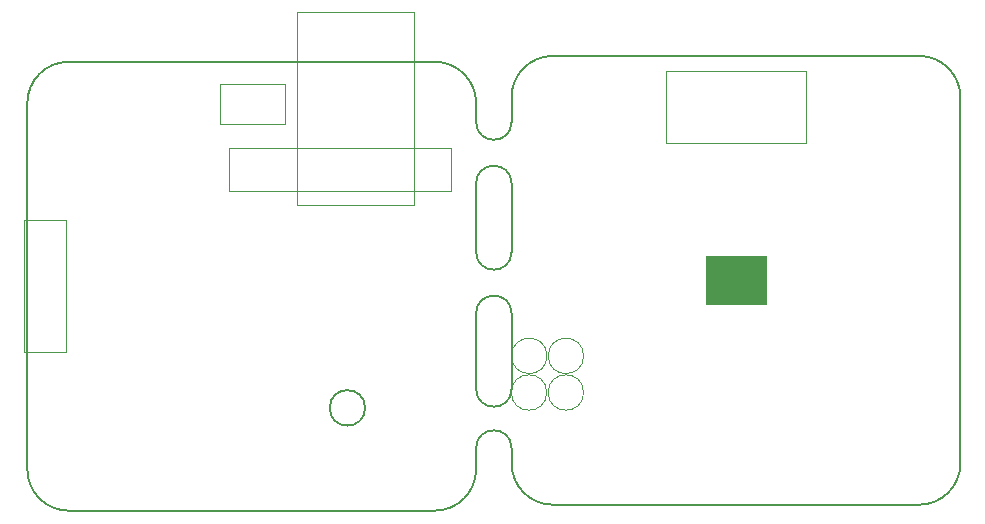
<source format=gbr>
%TF.GenerationSoftware,KiCad,Pcbnew,(5.1.8-0-10_14)*%
%TF.CreationDate,2021-08-18T19:24:52+02:00*%
%TF.ProjectId,ethersweep,65746865-7273-4776-9565-702e6b696361,2.0.1*%
%TF.SameCoordinates,Original*%
%TF.FileFunction,Other,User*%
%FSLAX46Y46*%
G04 Gerber Fmt 4.6, Leading zero omitted, Abs format (unit mm)*
G04 Created by KiCad (PCBNEW (5.1.8-0-10_14)) date 2021-08-18 19:24:52*
%MOMM*%
%LPD*%
G01*
G04 APERTURE LIST*
%TA.AperFunction,Profile*%
%ADD10C,0.150000*%
%TD*%
%ADD11C,0.050000*%
%ADD12C,0.010000*%
G04 APERTURE END LIST*
D10*
X198000000Y-81000000D02*
G75*
G02*
X201500000Y-84500000I0J-3500000D01*
G01*
X160500000Y-115500000D02*
X160500000Y-114200000D01*
X163500000Y-86600000D02*
X163500000Y-85000000D01*
X163500000Y-86600000D02*
G75*
G02*
X160500000Y-86600000I-1500000J0D01*
G01*
X163500000Y-115500000D02*
X163500000Y-114200000D01*
X160500000Y-86600000D02*
X160500000Y-85000000D01*
X160500000Y-114200000D02*
G75*
G02*
X163500000Y-114200000I1500000J0D01*
G01*
X163500000Y-97600000D02*
G75*
G02*
X160500000Y-97600000I-1500000J0D01*
G01*
X160500000Y-91800000D02*
G75*
G02*
X163500000Y-91800000I1500000J0D01*
G01*
X163500000Y-97600000D02*
X163500000Y-91800000D01*
X160500000Y-109200000D02*
X160500000Y-102800000D01*
X160500000Y-102800000D02*
G75*
G02*
X163500000Y-102800000I1500000J0D01*
G01*
X160500000Y-97600000D02*
X160500000Y-91800000D01*
X163500000Y-109200000D02*
X163500000Y-102800000D01*
X163500000Y-109200000D02*
G75*
G02*
X160500000Y-109200000I-1500000J0D01*
G01*
X160500000Y-116000000D02*
X160500000Y-115500000D01*
X163500000Y-84500000D02*
X163500000Y-85000000D01*
X151100000Y-110800000D02*
G75*
G03*
X151100000Y-110800000I-1500000J0D01*
G01*
X126000000Y-119500000D02*
G75*
G02*
X122500000Y-116000000I0J3500000D01*
G01*
X126000000Y-119500000D02*
X157000000Y-119500000D01*
X167000000Y-81000000D02*
X198000000Y-81000000D01*
X163500000Y-84500000D02*
G75*
G02*
X167000000Y-81000000I3500000J0D01*
G01*
X201500000Y-115500000D02*
G75*
G02*
X198000000Y-119000000I-3500000J0D01*
G01*
X167000000Y-119000000D02*
G75*
G02*
X163500000Y-115500000I0J3500000D01*
G01*
X167000000Y-119000000D02*
X198000000Y-119000000D01*
X201500000Y-115500000D02*
X201500000Y-84500000D01*
X122500000Y-85000000D02*
X122500000Y-116000000D01*
X160500000Y-116000000D02*
G75*
G02*
X157000000Y-119500000I-3500000J0D01*
G01*
X157000000Y-81500000D02*
G75*
G02*
X160500000Y-85000000I0J-3500000D01*
G01*
X122500000Y-85000000D02*
G75*
G02*
X126000000Y-81500000I3500000J0D01*
G01*
X157000000Y-81500000D02*
X126000000Y-81500000D01*
D11*
X155220000Y-93600000D02*
X145320000Y-93600000D01*
X155220000Y-77310000D02*
X155220000Y-93600000D01*
X145320000Y-77310000D02*
X155220000Y-77310000D01*
X145320000Y-93600000D02*
X145320000Y-77310000D01*
X125800000Y-94900000D02*
X125800000Y-106100000D01*
X125800000Y-106100000D02*
X122200000Y-106100000D01*
X122200000Y-106100000D02*
X122200000Y-94900000D01*
X122200000Y-94900000D02*
X125800000Y-94900000D01*
X188400000Y-82250000D02*
X188400000Y-88350000D01*
X188400000Y-88350000D02*
X176600000Y-88350000D01*
X176600000Y-88350000D02*
X176600000Y-82250000D01*
X176600000Y-82250000D02*
X188400000Y-82250000D01*
X144300000Y-83350000D02*
X138800000Y-83350000D01*
X138800000Y-83350000D02*
X138800000Y-86750000D01*
X138800000Y-86750000D02*
X144300000Y-86750000D01*
X144300000Y-86750000D02*
X144300000Y-83350000D01*
D12*
G36*
X179960000Y-102032000D02*
G01*
X185040000Y-102032000D01*
X185040000Y-97968000D01*
X179960000Y-97968000D01*
X179960000Y-102032000D01*
G37*
X179960000Y-102032000D02*
X185040000Y-102032000D01*
X185040000Y-97968000D01*
X179960000Y-97968000D01*
X179960000Y-102032000D01*
D11*
X166474999Y-109500000D02*
G75*
G03*
X166474999Y-109500000I-1500000J0D01*
G01*
X166500000Y-106400000D02*
G75*
G03*
X166500000Y-106400000I-1500000J0D01*
G01*
X169600000Y-109500000D02*
G75*
G03*
X169600000Y-109500000I-1500000J0D01*
G01*
X169600000Y-106400000D02*
G75*
G03*
X169600000Y-106400000I-1500000J0D01*
G01*
X158400000Y-92400000D02*
X139550000Y-92400000D01*
X139550000Y-92400000D02*
X139550000Y-88800000D01*
X139550000Y-88800000D02*
X158400000Y-88800000D01*
X158400000Y-88800000D02*
X158400000Y-92400000D01*
M02*

</source>
